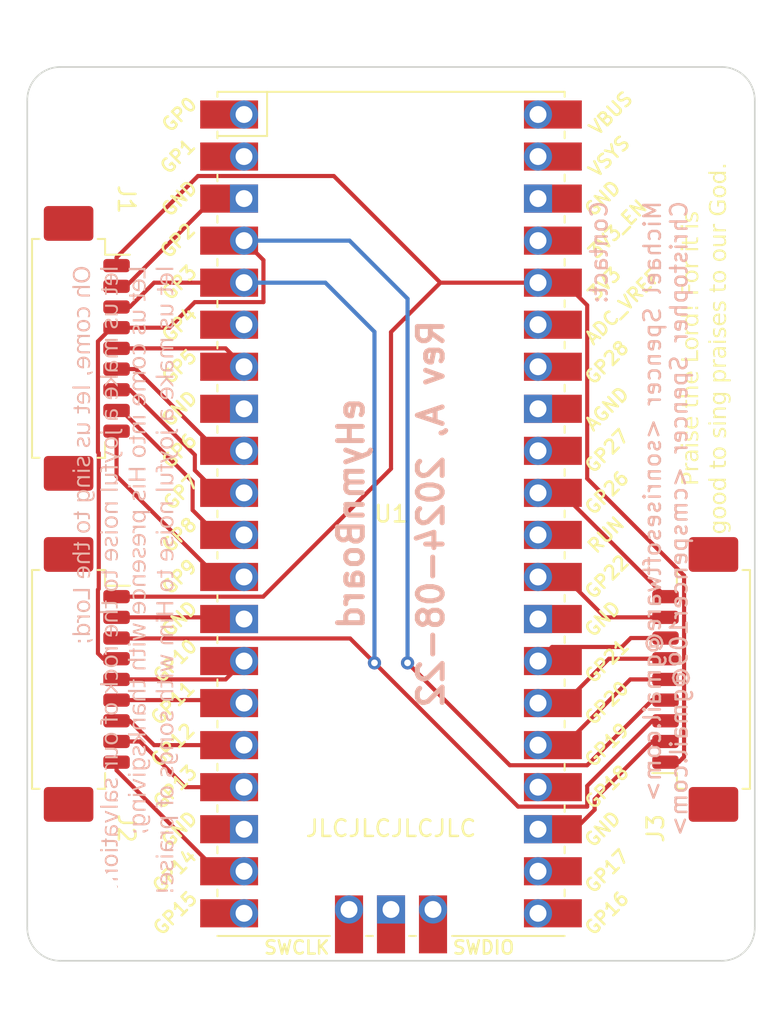
<source format=kicad_pcb>
(kicad_pcb (version 20221018) (generator pcbnew)
  (layers (0 "F.Cu" signal) (31 "B.Cu" signal) (34 "B.Paste" user) (35 "F.Paste" user) (36 "B.SilkS" user "B.Silkscreen") (37 "F.SilkS" user "F.Silkscreen") (38 "B.Mask" user) (39 "F.Mask" user) (44 "Edge.Cuts" user))
  (net 0 "")
  (net 1 "SCREEN1_PWR")
  (net 2 "SCREEN1_BUSY")
  (net 3 "SCREEN1_RST")
  (net 4 "SCREEN1_DC")
  (net 5 "SCREEN1_CS")
  (net 6 "SPI0_SCK")
  (net 7 "SPI0_MOSI")
  (net 8 "SCREEN2_PWR")
  (net 9 "SCREEN2_BUSY")
  (net 10 "SCREEN2_RST")
  (net 11 "SCREEN2_DC")
  (net 12 "SCREEN2_CS")
  (net 13 "SCREEN3_PWR")
  (net 14 "SCREEN3_BUSY")
  (net 15 "SCREEN3_RST")
  (net 16 "SCREEN3_DC")
  (net 17 "SCREEN3_CS")
  (net 27 "+3V3")
  (net 41 "SCREEN1_GND")
  (net 42 "SCREEN2_GND")
  (net 43 "SCREEN3_GND")
  (footprint "Connector_Molex:Molex_PicoBlade_53261-0971_1x09-1MP_P1.25mm_Horizontal" (layer "F.Cu") (at 68 59 -90)
    (fp_text reference "J1" (at -9 -3 -90 unlocked) (layer "F.SilkS"))
    (fp_text value "PicoBlade")
    (fp_line (start -6.61 -1.71) (end -5.66 -1.71) (stroke (width 0.12)) (layer "F.SilkS"))
    (fp_line (start -6.61 -1.26) (end -6.61 -1.71) (stroke (width 0.12)) (layer "F.SilkS"))
    (fp_line (start -6.61 2.26) (end -6.61 2.71) (stroke (width 0.12)) (layer "F.SilkS"))
    (fp_line (start -6.61 2.71) (end 6.61 2.71) (stroke (width 0.12)) (layer "F.SilkS"))
    (fp_line (start -5.66 -1.71) (end -5.66 -3.2) (stroke (width 0.12)) (layer "F.SilkS"))
    (fp_line (start 6.61 -1.71) (end 5.66 -1.71) (stroke (width 0.12)) (layer "F.SilkS"))
    (fp_line (start 6.61 -1.26) (end 6.61 -1.71) (stroke (width 0.12)) (layer "F.SilkS"))
    (fp_line (start 6.61 2.71) (end 6.61 2.26) (stroke (width 0.12)) (layer "F.SilkS"))
    (pad "1" smd roundrect (at -5 -2.4 270) (size 0.8 1.6) (layers "F.Cu" "F.Paste" "F.Mask") (net 27 "+3V3"))
    (pad "2" smd roundrect (at -3.75 -2.4 270) (size 0.8 1.6) (layers "F.Cu" "F.Paste" "F.Mask") (net 41 "SCREEN1_GND"))
    (pad "3" smd roundrect (at -2.5 -2.4 270) (size 0.8 1.6) (layers "F.Cu" "F.Paste" "F.Mask") (net 7 "SPI0_MOSI"))
    (pad "4" smd roundrect (at -1.25 -2.4 270) (size 0.8 1.6) (layers "F.Cu" "F.Paste" "F.Mask") (net 6 "SPI0_SCK"))
    (pad "5" smd roundrect (at 0 -2.4 270) (size 0.8 1.6) (layers "F.Cu" "F.Paste" "F.Mask") (net 5 "SCREEN1_CS"))
    (pad "6" smd roundrect (at 1.25 -2.4 270) (size 0.8 1.6) (layers "F.Cu" "F.Paste" "F.Mask") (net 4 "SCREEN1_DC"))
    (pad "7" smd roundrect (at 2.5 -2.4 270) (size 0.8 1.6) (layers "F.Cu" "F.Paste" "F.Mask") (net 3 "SCREEN1_RST"))
    (pad "8" smd roundrect (at 3.75 -2.4 270) (size 0.8 1.6) (layers "F.Cu" "F.Paste" "F.Mask") (net 2 "SCREEN1_BUSY"))
    (pad "9" smd roundrect (at 5 -2.4 270) (size 0.8 1.6) (layers "F.Cu" "F.Paste" "F.Mask") (net 1 "SCREEN1_PWR"))
    (pad "MP" smd roundrect (at -7.55 0.5 270) (size 2.1 3) (layers "F.Cu" "F.Paste" "F.Mask") (roundrect_rratio 0.1190480952))
    (pad "MP" smd roundrect (at 7.55 0.5 270) (size 2.1 3) (layers "F.Cu" "F.Paste" "F.Mask") (roundrect_rratio 0.1190480952))
  )
  (footprint "MountingHole:MountingHole_3mm" (layer "F.Cu") (at 105 46)
    (fp_text reference "H3" hide)
    (fp_text value "MountingHole")
    (pad "" np_thru_hole circle (at 0 0) (size 3 3) (drill 3) (layers "*.Cu" "*.Mask"))
  )
  (footprint "MountingHole:MountingHole_3mm" (layer "F.Cu") (at 69 46)
    (fp_text reference "H1" hide)
    (fp_text value "MountingHole")
    (pad "" np_thru_hole circle (at 0 0) (size 3 3) (drill 3) (layers "*.Cu" "*.Mask"))
  )
  (footprint "MCU_RaspberryPi_and_Boards:RPi_Pico_SMD_TH" (layer "F.Cu") (at 87 69)
    (fp_text reference "U1" (at 0 0) (layer "F.SilkS"))
    (fp_text value "Pico")
    (fp_text user "GP21" (at 13.054 8.9 45) (layer "F.SilkS") (effects (font (size 0.8 0.8))))
    (fp_text user "RUN" (at 13 1.27 45) (layer "F.SilkS") (effects (font (size 0.8 0.8))))
    (fp_text user "GP8" (at -12.8 1.27 45) (layer "F.SilkS") (effects (font (size 0.8 0.8))))
    (fp_text user "GP13" (at -13.054 16.51 45) (layer "F.SilkS") (effects (font (size 0.8 0.8))))
    (fp_text user "GP1" (at -12.9 -21.6 45) (layer "F.SilkS") (effects (font (size 0.8 0.8))))
    (fp_text user "GP4" (at -12.8 -11.43 45) (layer "F.SilkS") (effects (font (size 0.8 0.8))))
    (fp_text user "GND" (at 12.8 -19.05 45) (layer "F.SilkS") (effects (font (size 0.8 0.8))))
    (fp_text user "GP10" (at -13.054 8.89 45) (layer "F.SilkS") (effects (font (size 0.8 0.8))))
    (fp_text user "3V3" (at 12.9 -13.9 45) (layer "F.SilkS") (effects (font (size 0.8 0.8))))
    (fp_text user "VSYS" (at 13.2 -21.59 45) (layer "F.SilkS") (effects (font (size 0.8 0.8))))
    (fp_text user "GP22" (at 13.054 3.81 45) (layer "F.SilkS") (effects (font (size 0.8 0.8))))
    (fp_text user "ADC_VREF" (at 14 -12.5 45) (layer "F.SilkS") (effects (font (size 0.8 0.8))))
    (fp_text user "GP0" (at -12.8 -24.13 45) (layer "F.SilkS") (effects (font (size 0.8 0.8))))
    (fp_text user "GND" (at 12.8 19.05 45) (layer "F.SilkS") (effects (font (size 0.8 0.8))))
    (fp_text user "GND" (at -12.8 19.05 45) (layer "F.SilkS") (effects (font (size 0.8 0.8))))
    (fp_text user "GP9" (at -12.8 3.81 45) (layer "F.SilkS") (effects (font (size 0.8 0.8))))
    (fp_text user "VBUS" (at 13.3 -24.2 45) (layer "F.SilkS") (effects (font (size 0.8 0.8))))
    (fp_text user "GP15" (at -13.054 24.13 45) (layer "F.SilkS") (effects (font (size 0.8 0.8))))
    (fp_text user "GP20" (at 13.054 11.43 45) (layer "F.SilkS") (effects (font (size 0.8 0.8))))
    (fp_text user "GP26" (at 13.054 -1.27 45) (layer "F.SilkS") (effects (font (size 0.8 0.8))))
    (fp_text user "GP12" (at -13.2 13.97 45) (layer "F.SilkS") (effects (font (size 0.8 0.8))))
    (fp_text user "GND" (at -12.8 -19.05 45) (layer "F.SilkS") (effects (font (size 0.8 0.8))))
    (fp_text user "GND" (at -12.8 -6.35 45) (layer "F.SilkS") (effects (font (size 0.8 0.8))))
    (fp_text user "AGND" (at 13.054 -6.35 45) (layer "F.SilkS") (effects (font (size 0.8 0.8))))
    (fp_text user "GP6" (at -12.8 -3.81 45) (layer "F.SilkS") (effects (font (size 0.8 0.8))))
    (fp_text user "GP19" (at 13.054 13.97 45) (layer "F.SilkS") (effects (font (size 0.8 0.8))))
    (fp_text user "GP7" (at -12.7 -1.3 45) (layer "F.SilkS") (effects (font (size 0.8 0.8))))
    (fp_text user "GP28" (at 13.054 -9.144 45) (layer "F.SilkS") (effects (font (size 0.8 0.8))))
    (fp_text user "GP16" (at 13.054 24.13 45) (layer "F.SilkS") (effects (font (size 0.8 0.8))))
    (fp_text user "GP17" (at 13.054 21.59 45) (layer "F.SilkS") (effects (font (size 0.8 0.8))))
    (fp_text user "SWCLK" (at -5.7 26.2) (layer "F.SilkS") (effects (font (size 0.8 0.8))))
    (fp_text user "GP3" (at -12.8 -13.97 45) (layer "F.SilkS") (effects (font (size 0.8 0.8))))
    (fp_text user "GP18" (at 13.054 16.51 45) (layer "F.SilkS") (effects (font (size 0.8 0.8))))
    (fp_text user "GND" (at 12.8 6.35 45) (layer "F.SilkS") (effects (font (size 0.8 0.8))))
    (fp_text user "GP2" (at -12.9 -16.51 45) (layer "F.SilkS") (effects (font (size 0.8 0.8))))
    (fp_text user "3V3_EN" (at 13.7 -17.2 45) (layer "F.SilkS") (effects (font (size 0.8 0.8))))
    (fp_text user "GND" (at -12.8 6.35 45) (layer "F.SilkS") (effects (font (size 0.8 0.8))))
    (fp_text user "GP14" (at -13.1 21.59 45) (layer "F.SilkS") (effects (font (size 0.8 0.8))))
    (fp_text user "GP11" (at -13.2 11.43 45) (layer "F.SilkS") (effects (font (size 0.8 0.8))))
    (fp_text user "GP27" (at 13.054 -3.8 45) (layer "F.SilkS") (effects (font (size 0.8 0.8))))
    (fp_text user "GP5" (at -12.8 -8.89 45) (layer "F.SilkS") (effects (font (size 0.8 0.8))))
    (fp_text user "SWDIO" (at 5.6 26.2) (layer "F.SilkS") (effects (font (size 0.8 0.8))))
    (fp_line (start -10.5 -25.5) (end -10.5 -25.2) (stroke (width 0.12)) (layer "F.SilkS"))
    (fp_line (start -10.5 -25.5) (end 10.5 -25.5) (stroke (width 0.12)) (layer "F.SilkS"))
    (fp_line (start -10.5 -23.1) (end -10.5 -22.7) (stroke (width 0.12)) (layer "F.SilkS"))
    (fp_line (start -10.5 -22.833) (end -7.493 -22.833) (stroke (width 0.12)) (layer "F.SilkS"))
    (fp_line (start -10.5 -20.5) (end -10.5 -20.1) (stroke (width 0.12)) (layer "F.SilkS"))
    (fp_line (start -10.5 -18) (end -10.5 -17.6) (stroke (width 0.12)) (layer "F.SilkS"))
    (fp_line (start -10.5 -15.4) (end -10.5 -15) (stroke (width 0.12)) (layer "F.SilkS"))
    (fp_line (start -10.5 -12.9) (end -10.5 -12.5) (stroke (width 0.12)) (layer "F.SilkS"))
    (fp_line (start -10.5 -10.4) (end -10.5 -10) (stroke (width 0.12)) (layer "F.SilkS"))
    (fp_line (start -10.5 -7.8) (end -10.5 -7.4) (stroke (width 0.12)) (layer "F.SilkS"))
    (fp_line (start -10.5 -5.3) (end -10.5 -4.9) (stroke (width 0.12)) (layer "F.SilkS"))
    (fp_line (start -10.5 -2.7) (end -10.5 -2.3) (stroke (width 0.12)) (layer "F.SilkS"))
    (fp_line (start -10.5 -0.2) (end -10.5 0.2) (stroke (width 0.12)) (layer "F.SilkS"))
    (fp_line (start -10.5 2.3) (end -10.5 2.7) (stroke (width 0.12)) (layer "F.SilkS"))
    (fp_line (start -10.5 4.9) (end -10.5 5.3) (stroke (width 0.12)) (layer "F.SilkS"))
    (fp_line (start -10.5 7.4) (end -10.5 7.8) (stroke (width 0.12)) (layer "F.SilkS"))
    (fp_line (start -10.5 10) (end -10.5 10.4) (stroke (width 0.12)) (layer "F.SilkS"))
    (fp_line (start -10.5 12.5) (end -10.5 12.9) (stroke (width 0.12)) (layer "F.SilkS"))
    (fp_line (start -10.5 15.1) (end -10.5 15.5) (stroke (width 0.12)) (layer "F.SilkS"))
    (fp_line (start -10.5 17.6) (end -10.5 18) (stroke (width 0.12)) (layer "F.SilkS"))
    (fp_line (start -10.5 20.1) (end -10.5 20.5) (stroke (width 0.12)) (layer "F.SilkS"))
    (fp_line (start -10.5 22.7) (end -10.5 23.1) (stroke (width 0.12)) (layer "F.SilkS"))
    (fp_line (start -7.493 -22.833) (end -7.493 -25.5) (stroke (width 0.12)) (layer "F.SilkS"))
    (fp_line (start -3.7 25.5) (end -10.5 25.5) (stroke (width 0.12)) (layer "F.SilkS"))
    (fp_line (start -1.5 25.5) (end -1.1 25.5) (stroke (width 0.12)) (layer "F.SilkS"))
    (fp_line (start 1.1 25.5) (end 1.5 25.5) (stroke (width 0.12)) (layer "F.SilkS"))
    (fp_line (start 10.5 -25.5) (end 10.5 -25.2) (stroke (width 0.12)) (layer "F.SilkS"))
    (fp_line (start 10.5 -23.1) (end 10.5 -22.7) (stroke (width 0.12)) (layer "F.SilkS"))
    (fp_line (start 10.5 -20.5) (end 10.5 -20.1) (stroke (width 0.12)) (layer "F.SilkS"))
    (fp_line (start 10.5 -18) (end 10.5 -17.6) (stroke (width 0.12)) (layer "F.SilkS"))
    (fp_line (start 10.5 -15.4) (end 10.5 -15) (stroke (width 0.12)) (layer "F.SilkS"))
    (fp_line (start 10.5 -12.9) (end 10.5 -12.5) (stroke (width 0.12)) (layer "F.SilkS"))
    (fp_line (start 10.5 -10.4) (end 10.5 -10) (stroke (width 0.12)) (layer "F.SilkS"))
    (fp_line (start 10.5 -7.8) (end 10.5 -7.4) (stroke (width 0.12)) (layer "F.SilkS"))
    (fp_line (start 10.5 -5.3) (end 10.5 -4.9) (stroke (width 0.12)) (layer "F.SilkS"))
    (fp_line (start 10.5 -2.7) (end 10.5 -2.3) (stroke (width 0.12)) (layer "F.SilkS"))
    (fp_line (start 10.5 -0.2) (end 10.5 0.2) (stroke (width 0.12)) (layer "F.SilkS"))
    (fp_line (start 10.5 2.3) (end 10.5 2.7) (stroke (width 0.12)) (layer "F.SilkS"))
    (fp_line (start 10.5 4.9) (end 10.5 5.3) (stroke (width 0.12)) (layer "F.SilkS"))
    (fp_line (start 10.5 7.4) (end 10.5 7.8) (stroke (width 0.12)) (layer "F.SilkS"))
    (fp_line (start 10.5 10) (end 10.5 10.4) (stroke (width 0.12)) (layer "F.SilkS"))
    (fp_line (start 10.5 12.5) (end 10.5 12.9) (stroke (width 0.12)) (layer "F.SilkS"))
    (fp_line (start 10.5 15.1) (end 10.5 15.5) (stroke (width 0.12)) (layer "F.SilkS"))
    (fp_line (start 10.5 17.6) (end 10.5 18) (stroke (width 0.12)) (layer "F.SilkS"))
    (fp_line (start 10.5 20.1) (end 10.5 20.5) (stroke (width 0.12)) (layer "F.SilkS"))
    (fp_line (start 10.5 22.7) (end 10.5 23.1) (stroke (width 0.12)) (layer "F.SilkS"))
    (fp_line (start 10.5 25.5) (end 3.7 25.5) (stroke (width 0.12)) (layer "F.SilkS"))
    (pad "" np_thru_hole oval (at -2.725 -24) (size 1.8 1.8) (drill 1.8) (layers "*.Cu" "*.Mask"))
    (pad "" np_thru_hole oval (at -2.425 -20.97) (size 1.5 1.5) (drill 1.5) (layers "*.Cu" "*.Mask"))
    (pad "" np_thru_hole oval (at 2.425 -20.97) (size 1.5 1.5) (drill 1.5) (layers "*.Cu" "*.Mask"))
    (pad "" np_thru_hole oval (at 2.725 -24) (size 1.8 1.8) (drill 1.8) (layers "*.Cu" "*.Mask"))
    (pad "1" thru_hole oval (at -8.89 -24.13) (size 1.7 1.7) (drill 1.02) (layers "*.Cu" "*.Mask"))
    (pad "1" smd rect (at -8.89 -24.13) (size 3.5 1.7) (drill (offset -0.9 0)) (layers "F.Cu" "F.Mask"))
    (pad "2" thru_hole oval (at -8.89 -21.59) (size 1.7 1.7) (drill 1.02) (layers "*.Cu" "*.Mask"))
    (pad "2" smd rect (at -8.89 -21.59) (size 3.5 1.7) (drill (offset -0.9 0)) (layers "F.Cu" "F.Mask"))
    (pad "3" thru_hole rect (at -8.89 -19.05) (size 1.7 1.7) (drill 1.02) (layers "*.Cu" "*.Mask") (net 41 "SCREEN1_GND"))
    (pad "3" smd rect (at -8.89 -19.05) (size 3.5 1.7) (drill (offset -0.9 0)) (layers "F.Cu" "F.Mask") (net 41 "SCREEN1_GND"))
    (pad "4" thru_hole oval (at -8.89 -16.51) (size 1.7 1.7) (drill 1.02) (layers "*.Cu" "*.Mask") (net 6 "SPI0_SCK"))
    (pad "4" smd rect (at -8.89 -16.51) (size 3.5 1.7) (drill (offset -0.9 0)) (layers "F.Cu" "F.Mask") (net 6 "SPI0_SCK"))
    (pad "5" thru_hole oval (at -8.89 -13.97) (size 1.7 1.7) (drill 1.02) (layers "*.Cu" "*.Mask") (net 7 "SPI0_MOSI"))
    (pad "5" smd rect (at -8.89 -13.97) (size 3.5 1.7) (drill (offset -0.9 0)) (layers "F.Cu" "F.Mask") (net 7 "SPI0_MOSI"))
    (pad "6" thru_hole oval (at -8.89 -11.43) (size 1.7 1.7) (drill 1.02) (layers "*.Cu" "*.Mask"))
    (pad "6" smd rect (at -8.89 -11.43) (size 3.5 1.7) (drill (offset -0.9 0)) (layers "F.Cu" "F.Mask"))
    (pad "7" thru_hole oval (at -8.89 -8.89) (size 1.7 1.7) (drill 1.02) (layers "*.Cu" "*.Mask") (net 5 "SCREEN1_CS"))
    (pad "7" smd rect (at -8.89 -8.89) (size 3.5 1.7) (drill (offset -0.9 0)) (layers "F.Cu" "F.Mask") (net 5 "SCREEN1_CS"))
    (pad "8" thru_hole rect (at -8.89 -6.35) (size 1.7 1.7) (drill 1.02) (layers "*.Cu" "*.Mask"))
    (pad "8" smd rect (at -8.89 -6.35) (size 3.5 1.7) (drill (offset -0.9 0)) (layers "F.Cu" "F.Mask"))
    (pad "9" thru_hole oval (at -8.89 -3.81) (size 1.7 1.7) (drill 1.02) (layers "*.Cu" "*.Mask") (net 4 "SCREEN1_DC"))
    (pad "9" smd rect (at -8.89 -3.81) (size 3.5 1.7) (drill (offset -0.9 0)) (layers "F.Cu" "F.Mask") (net 4 "SCREEN1_DC"))
    (pad "10" thru_hole oval (at -8.89 -1.27) (size 1.7 1.7) (drill 1.02) (layers "*.Cu" "*.Mask") (net 3 "SCREEN1_RST"))
    (pad "10" smd rect (at -8.89 -1.27) (size 3.5 1.7) (drill (offset -0.9 0)) (layers "F.Cu" "F.Mask") (net 3 "SCREEN1_RST"))
    (pad "11" thru_hole oval (at -8.89 1.27) (size 1.7 1.7) (drill 1.02) (layers "*.Cu" "*.Mask") (net 2 "SCREEN1_BUSY"))
    (pad "11" smd rect (at -8.89 1.27) (size 3.5 1.7) (drill (offset -0.9 0)) (layers "F.Cu" "F.Mask") (net 2 "SCREEN1_BUSY"))
    (pad "12" thru_hole oval (at -8.89 3.81) (size 1.7 1.7) (drill 1.02) (layers "*.Cu" "*.Mask") (net 1 "SCREEN1_PWR"))
    (pad "12" smd rect (at -8.89 3.81) (size 3.5 1.7) (drill (offset -0.9 0)) (layers "F.Cu" "F.Mask") (net 1 "SCREEN1_PWR"))
    (pad "13" thru_hole rect (at -8.89 6.35) (size 1.7 1.7) (drill 1.02) (layers "*.Cu" "*.Mask") (net 42 "SCREEN2_GND"))
    (pad "13" smd rect (at -8.89 6.35) (size 3.5 1.7) (drill (offset -0.9 0)) (layers "F.Cu" "F.Mask") (net 42 "SCREEN2_GND"))
    (pad "14" thru_hole oval (at -8.89 8.89) (size 1.7 1.7) (drill 1.02) (layers "*.Cu" "*.Mask") (net 12 "SCREEN2_CS"))
    (pad "14" smd rect (at -8.89 8.89) (size 3.5 1.7) (drill (offset -0.9 0)) (layers "F.Cu" "F.Mask") (net 12 "SCREEN2_CS"))
    (pad "15" thru_hole oval (at -8.89 11.43) (size 1.7 1.7) (drill 1.02) (layers "*.Cu" "*.Mask") (net 11 "SCREEN2_DC"))
    (pad "15" smd rect (at -8.89 11.43) (size 3.5 1.7) (drill (offset -0.9 0)) (layers "F.Cu" "F.Mask") (net 11 "SCREEN2_DC"))
    (pad "16" thru_hole oval (at -8.89 13.97) (size 1.7 1.7) (drill 1.02) (layers "*.Cu" "*.Mask") (net 10 "SCREEN2_RST"))
    (pad "16" smd rect (at -8.89 13.97) (size 3.5 1.7) (drill (offset -0.9 0)) (layers "F.Cu" "F.Mask") (net 10 "SCREEN2_RST"))
    (pad "17" thru_hole oval (at -8.89 16.51) (size 1.7 1.7) (drill 1.02) (layers "*.Cu" "*.Mask") (net 9 "SCREEN2_BUSY"))
    (pad "17" smd rect (at -8.89 16.51) (size 3.5 1.7) (drill (offset -0.9 0)) (layers "F.Cu" "F.Mask") (net 9 "SCREEN2_BUSY"))
    (pad "18" thru_hole rect (at -8.89 19.05) (size 1.7 1.7) (drill 1.02) (layers "*.Cu" "*.Mask"))
    (pad "18" smd rect (at -8.89 19.05) (size 3.5 1.7) (drill (offset -0.9 0)) (layers "F.Cu" "F.Mask"))
    (pad "19" thru_hole oval (at -8.89 21.59) (size 1.7 1.7) (drill 1.02) (layers "*.Cu" "*.Mask") (net 8 "SCREEN2_PWR"))
    (pad "19" smd rect (at -8.89 21.59) (size 3.5 1.7) (drill (offset -0.9 0)) (layers "F.Cu" "F.Mask") (net 8 "SCREEN2_PWR"))
    (pad "20" thru_hole oval (at -8.89 24.13) (size 1.7 1.7) (drill 1.02) (layers "*.Cu" "*.Mask"))
    (pad "20" smd rect (at -8.89 24.13) (size 3.5 1.7) (drill (offset -0.9 0)) (layers "F.Cu" "F.Mask"))
    (pad "21" thru_hole oval (at 8.89 24.13) (size 1.7 1.7) (drill 1.02) (layers "*.Cu" "*.Mask"))
    (pad "21" smd rect (at 8.89 24.13) (size 3.5 1.7) (drill (offset 0.9 0)) (layers "F.Cu" "F.Mask"))
    (pad "22" thru_hole oval (at 8.89 21.59) (size 1.7 1.7) (drill 1.02) (layers "*.Cu" "*.Mask"))
    (pad "22" smd rect (at 8.89 21.59) (size 3.5 1.7) (drill (offset 0.9 0)) (layers "F.Cu" "F.Mask"))
    (pad "23" thru_hole rect (at 8.89 19.05) (size 1.7 1.7) (drill 1.02) (layers "*.Cu" "*.Mask") (net 43 "SCREEN3_GND"))
    (pad "23" smd rect (at 8.89 19.05) (size 3.5 1.7) (drill (offset 0.9 0)) (layers "F.Cu" "F.Mask") (net 43 "SCREEN3_GND"))
    (pad "24" thru_hole oval (at 8.89 16.51) (size 1.7 1.7) (drill 1.02) (layers "*.Cu" "*.Mask"))
    (pad "24" smd rect (at 8.89 16.51) (size 3.5 1.7) (drill (offset 0.9 0)) (layers "F.Cu" "F.Mask"))
    (pad "25" thru_hole oval (at 8.89 13.97) (size 1.7 1.7) (drill 1.02) (layers "*.Cu" "*.Mask") (net 17 "SCREEN3_CS"))
    (pad "25" smd rect (at 8.89 13.97) (size 3.5 1.7) (drill (offset 0.9 0)) (layers "F.Cu" "F.Mask") (net 17 "SCREEN3_CS"))
    (pad "26" thru_hole oval (at 8.89 11.43) (size 1.7 1.7) (drill 1.02) (layers "*.Cu" "*.Mask") (net 16 "SCREEN3_DC"))
    (pad "26" smd rect (at 8.89 11.43) (size 3.5 1.7) (drill (offset 0.9 0)) (layers "F.Cu" "F.Mask") (net 16 "SCREEN3_DC"))
    (pad "27" thru_hole oval (at 8.89 8.89) (size 1.7 1.7) (drill 1.02) (layers "*.Cu" "*.Mask") (net 15 "SCREEN3_RST"))
    (pad "27" smd rect (at 8.89 8.89) (size 3.5 1.7) (drill (offset 0.9 0)) (layers "F.Cu" "F.Mask") (net 15 "SCREEN3_RST"))
    (pad "28" thru_hole rect (at 8.89 6.35) (size 1.7 1.7) (drill 1.02) (layers "*.Cu" "*.Mask"))
    (pad "28" smd rect (at 8.89 6.35) (size 3.5 1.7) (drill (offset 0.9 0)) (layers "F.Cu" "F.Mask"))
    (pad "29" thru_hole oval (at 8.89 3.81) (size 1.7 1.7) (drill 1.02) (layers "*.Cu" "*.Mask") (net 14 "SCREEN3_BUSY"))
    (pad "29" smd rect (at 8.89 3.81) (size 3.5 1.7) (drill (offset 0.9 0)) (layers "F.Cu" "F.Mask") (net 14 "SCREEN3_BUSY"))
    (pad "30" thru_hole oval (at 8.89 1.27) (size 1.7 1.7) (drill 1.02) (layers "*.Cu" "*.Mask"))
    (pad "30" smd rect (at 8.89 1.27) (size 3.5 1.7) (drill (offset 0.9 0)) (layers "F.Cu" "F.Mask"))
    (pad "31" thru_hole oval (at 8.89 -1.27) (size 1.7 1.7) (drill 1.02) (layers "*.Cu" "*.Mask") (net 13 "SCREEN3_PWR"))
    (pad "31" smd rect (at 8.89 -1.27) (size 3.5 1.7) (drill (offset 0.9 0)) (layers "F.Cu" "F.Mask") (net 13 "SCREEN3_PWR"))
    (pad "32" thru_hole oval (at 8.89 -3.81) (size 1.7 1.7) (drill 1.02) (layers "*.Cu" "*.Mask"))
    (pad "32" smd rect (at 8.89 -3.81) (size 3.5 1.7) (drill (offset 0.9 0)) (layers "F.Cu" "F.Mask"))
    (pad "33" thru_hole rect (at 8.89 -6.35) (size 1.7 1.7) (drill 1.02) (layers "*.Cu" "*.Mask"))
    (pad "33" smd rect (at 8.89 -6.35) (size 3.5 1.7) (drill (offset 0.9 0)) (layers "F.Cu" "F.Mask"))
    (pad "34" thru_hole oval (at 8.89 -8.89) (size 1.7 1.7) (drill 1.02) (layers "*.Cu" "*.Mask"))
    (pad "34" smd rect (at 8.89 -8.89) (size 3.5 1.7) (drill (offset 0.9 0)) (layers "F.Cu" "F.Mask"))
    (pad "35" thru_hole oval (at 8.89 -11.43) (size 1.7 1.7) (drill 1.02) (layers "*.Cu" "*.Mask"))
    (pad "35" smd rect (at 8.89 -11.43) (size 3.5 1.7) (drill (offset 0.9 0)) (layers "F.Cu" "F.Mask"))
    (pad "36" thru_hole oval (at 8.89 -13.97) (size 1.7 1.7) (drill 1.02) (layers "*.Cu" "*.Mask") (net 27 "+3V3"))
    (pad "36" smd rect (at 8.89 -13.97) (size 3.5 1.7) (drill (offset 0.9 0)) (layers "F.Cu" "F.Mask") (net 27 "+3V3"))
    (pad "37" thru_hole oval (at 8.89 -16.51) (size 1.7 1.7) (drill 1.02) (layers "*.Cu" "*.Mask"))
    (pad "37" smd rect (at 8.89 -16.51) (size 3.5 1.7) (drill (offset 0.9 0)) (layers "F.Cu" "F.Mask"))
    (pad "38" thru_hole rect (at 8.89 -19.05) (size 1.7 1.7) (drill 1.02) (layers "*.Cu" "*.Mask"))
    (pad "38" smd rect (at 8.89 -19.05) (size 3.5 1.7) (drill (offset 0.9 0)) (layers "F.Cu" "F.Mask"))
    (pad "39" thru_hole oval (at 8.89 -21.59) (size 1.7 1.7) (drill 1.02) (layers "*.Cu" "*.Mask"))
    (pad "39" smd rect (at 8.89 -21.59) (size 3.5 1.7) (drill (offset 0.9 0)) (layers "F.Cu" "F.Mask"))
    (pad "40" thru_hole oval (at 8.89 -24.13) (size 1.7 1.7) (drill 1.02) (layers "*.Cu" "*.Mask"))
    (pad "40" smd rect (at 8.89 -24.13) (size 3.5 1.7) (drill (offset 0.9 0)) (layers "F.Cu" "F.Mask"))
    (pad "41" thru_hole oval (at -2.54 23.9) (size 1.7 1.7) (drill 1.02) (layers "*.Cu" "*.Mask"))
    (pad "41" smd rect (at -2.54 23.9 90) (size 3.5 1.7) (drill (offset -0.9 0)) (layers "F.Cu" "F.Mask"))
    (pad "42" thru_hole rect (at 0 23.9) (size 1.7 1.7) (drill 1.02) (layers "*.Cu" "*.Mask"))
    (pad "42" smd rect (at 0 23.9 90) (size 3.5 1.7) (drill (offset -0.9 0)) (layers "F.Cu" "F.Mask"))
    (pad "43" thru_hole oval (at 2.54 23.9) (size 1.7 1.7) (drill 1.02) (layers "*.Cu" "*.Mask"))
    (pad "43" smd rect (at 2.54 23.9 90) (size 3.5 1.7) (drill (offset -0.9 0)) (layers "F.Cu" "F.Mask"))
  )
  (footprint "Connector_Molex:Molex_PicoBlade_53261-0971_1x09-1MP_P1.25mm_Horizontal" (layer "F.Cu") (at 68 79 -90)
    (fp_text reference "J2" (at 9 -3 -90 unlocked) (layer "F.SilkS"))
    (fp_text value "PicoBlade")
    (fp_line (start -6.61 -1.71) (end -5.66 -1.71) (stroke (width 0.12)) (layer "F.SilkS"))
    (fp_line (start -6.61 -1.26) (end -6.61 -1.71) (stroke (width 0.12)) (layer "F.SilkS"))
    (fp_line (start -6.61 2.26) (end -6.61 2.71) (stroke (width 0.12)) (layer "F.SilkS"))
    (fp_line (start -6.61 2.71) (end 6.61 2.71) (stroke (width 0.12)) (layer "F.SilkS"))
    (fp_line (start -5.66 -1.71) (end -5.66 -3.2) (stroke (width 0.12)) (layer "F.SilkS"))
    (fp_line (start 6.61 -1.71) (end 5.66 -1.71) (stroke (width 0.12)) (layer "F.SilkS"))
    (fp_line (start 6.61 -1.26) (end 6.61 -1.71) (stroke (width 0.12)) (layer "F.SilkS"))
    (fp_line (start 6.61 2.71) (end 6.61 2.26) (stroke (width 0.12)) (layer "F.SilkS"))
    (pad "1" smd roundrect (at -5 -2.4 270) (size 0.8 1.6) (layers "F.Cu" "F.Paste" "F.Mask") (net 27 "+3V3"))
    (pad "2" smd roundrect (at -3.75 -2.4 270) (size 0.8 1.6) (layers "F.Cu" "F.Paste" "F.Mask") (net 42 "SCREEN2_GND"))
    (pad "3" smd roundrect (at -2.5 -2.4 270) (size 0.8 1.6) (layers "F.Cu" "F.Paste" "F.Mask") (net 7 "SPI0_MOSI"))
    (pad "4" smd roundrect (at -1.25 -2.4 270) (size 0.8 1.6) (layers "F.Cu" "F.Paste" "F.Mask") (net 6 "SPI0_SCK"))
    (pad "5" smd roundrect (at 0 -2.4 270) (size 0.8 1.6) (layers "F.Cu" "F.Paste" "F.Mask") (net 12 "SCREEN2_CS"))
    (pad "6" smd roundrect (at 1.25 -2.4 270) (size 0.8 1.6) (layers "F.Cu" "F.Paste" "F.Mask") (net 11 "SCREEN2_DC"))
    (pad "7" smd roundrect (at 2.5 -2.4 270) (size 0.8 1.6) (layers "F.Cu" "F.Paste" "F.Mask") (net 10 "SCREEN2_RST"))
    (pad "8" smd roundrect (at 3.75 -2.4 270) (size 0.8 1.6) (layers "F.Cu" "F.Paste" "F.Mask") (net 9 "SCREEN2_BUSY"))
    (pad "9" smd roundrect (at 5 -2.4 270) (size 0.8 1.6) (layers "F.Cu" "F.Paste" "F.Mask") (net 8 "SCREEN2_PWR"))
    (pad "MP" smd roundrect (at -7.55 0.5 270) (size 2.1 3) (layers "F.Cu" "F.Paste" "F.Mask") (roundrect_rratio 0.1190480952))
    (pad "MP" smd roundrect (at 7.55 0.5 270) (size 2.1 3) (layers "F.Cu" "F.Paste" "F.Mask") (roundrect_rratio 0.1190480952))
  )
  (footprint "MountingHole:MountingHole_3mm" (layer "F.Cu") (at 105 92)
    (fp_text reference "H4" hide)
    (fp_text value "MountingHole")
    (pad "" np_thru_hole circle (at 0 0) (size 3 3) (drill 3) (layers "*.Cu" "*.Mask"))
  )
  (footprint "MountingHole:MountingHole_3mm" (layer "F.Cu") (at 69 92)
    (fp_text reference "H2" hide)
    (fp_text value "MountingHole")
    (pad "" np_thru_hole circle (at 0 0) (size 3 3) (drill 3) (layers "*.Cu" "*.Mask"))
  )
  (footprint "Connector_Molex:Molex_PicoBlade_53261-0971_1x09-1MP_P1.25mm_Horizontal" (layer "F.Cu") (at 106 79 90)
    (fp_text reference "J3" (at -9 -3 270) (layer "F.SilkS"))
    (fp_text value "PicoBlade")
    (fp_line (start -6.61 -1.71) (end -5.66 -1.71) (stroke (width 0.12)) (layer "F.SilkS"))
    (fp_line (start -6.61 -1.26) (end -6.61 -1.71) (stroke (width 0.12)) (layer "F.SilkS"))
    (fp_line (start -6.61 2.26) (end -6.61 2.71) (stroke (width 0.12)) (layer "F.SilkS"))
    (fp_line (start -6.61 2.71) (end 6.61 2.71) (stroke (width 0.12)) (layer "F.SilkS"))
    (fp_line (start -5.66 -1.71) (end -5.66 -3.2) (stroke (width 0.12)) (layer "F.SilkS"))
    (fp_line (start 6.61 -1.71) (end 5.66 -1.71) (stroke (width 0.12)) (layer "F.SilkS"))
    (fp_line (start 6.61 -1.26) (end 6.61 -1.71) (stroke (width 0.12)) (layer "F.SilkS"))
    (fp_line (start 6.61 2.71) (end 6.61 2.26) (stroke (width 0.12)) (layer "F.SilkS"))
    (pad "1" smd roundrect (at -5 -2.4 90) (size 0.8 1.6) (layers "F.Cu" "F.Paste" "F.Mask") (net 27 "+3V3"))
    (pad "2" smd roundrect (at -3.75 -2.4 90) (size 0.8 1.6) (layers "F.Cu" "F.Paste" "F.Mask") (net 43 "SCREEN3_GND"))
    (pad "3" smd roundrect (at -2.5 -2.4 90) (size 0.8 1.6) (layers "F.Cu" "F.Paste" "F.Mask") (net 7 "SPI0_MOSI"))
    (pad "4" smd roundrect (at -1.25 -2.4 90) (size 0.8 1.6) (layers "F.Cu" "F.Paste" "F.Mask") (net 6 "SPI0_SCK"))
    (pad "5" smd roundrect (at 0 -2.4 90) (size 0.8 1.6) (layers "F.Cu" "F.Paste" "F.Mask") (net 17 "SCREEN3_CS"))
    (pad "6" smd roundrect (at 1.25 -2.4 90) (size 0.8 1.6) (layers "F.Cu" "F.Paste" "F.Mask") (net 16 "SCREEN3_DC"))
    (pad "7" smd roundrect (at 2.5 -2.4 90) (size 0.8 1.6) (layers "F.Cu" "F.Paste" "F.Mask") (net 15 "SCREEN3_RST"))
    (pad "8" smd roundrect (at 3.75 -2.4 90) (size 0.8 1.6) (layers "F.Cu" "F.Paste" "F.Mask") (net 14 "SCREEN3_BUSY"))
    (pad "9" smd roundrect (at 5 -2.4 90) (size 0.8 1.6) (layers "F.Cu" "F.Paste" "F.Mask") (net 13 "SCREEN3_PWR"))
    (pad "MP" smd roundrect (at -7.55 0.5 90) (size 2.1 3) (layers "F.Cu" "F.Paste" "F.Mask") (roundrect_rratio 0.1190480952))
    (pad "MP" smd roundrect (at 7.55 0.5 90) (size 2.1 3) (layers "F.Cu" "F.Paste" "F.Mask") (roundrect_rratio 0.1190480952))
  )
  (gr_arc (start 67 96) (mid 65.585786 95.414214) (end 65 94) (stroke (width 0.1)) (layer "Edge.Cuts"))
  (gr_line (start 109 94) (end 109 44) (stroke (width 0.1)) (layer "Edge.Cuts"))
  (gr_line (start 107 42) (end 67 42) (stroke (width 0.1)) (layer "Edge.Cuts"))
  (gr_line (start 65 44) (end 65 94) (stroke (width 0.1)) (layer "Edge.Cuts"))
  (gr_arc (start 65 44) (mid 65.585786 42.585786) (end 67 42) (stroke (width 0.1)) (layer "Edge.Cuts"))
  (gr_arc (start 109 94) (mid 108.414214 95.414214) (end 107 96) (stroke (width 0.1)) (layer "Edge.Cuts"))
  (gr_arc (start 107 42) (mid 108.414214 42.585786) (end 109 44) (stroke (width 0.1)) (layer "Edge.Cuts"))
  (gr_line (start 67 96) (end 107 96) (stroke (width 0.1)) (layer "Edge.Cuts"))
  (gr_text "eHymnBoard\n\nRev A, 2024-08-22" (at 87 69 90) (layer "B.SilkS") (effects (font (size 1.5 1.5) (thickness 0.3) bold) (justify mirror)))
  (gr_text "Oh come, let us sing to the Lord;\nlet us make a joyful noise to the rock of our salvation!\nLet us come into His presence with thanksgiving;\nlet us make a joyful noise to Him with songs of praise!" (at 74 54 90) (layer "B.SilkS") (effects (font (size 1 1)) (justify left bottom mirror)))
  (gr_text "Contact:\n\nMichael Spencer <sonrisesoftware@gmail.com>\nChristopher Spencer <cmspencer109@gmail.com>" (at 99 50 90) (layer "B.SilkS") (effects (font (size 1 1)) (justify left top mirror)))
  (gr_text "JLCJLCJLCJLC" (at 87 88) (layer "F.SilkS") (effects (font (size 1 1))))
  (gr_text "Praise the Lord! For it is\ngood to sing praises to our God." (at 106 59 90) (layer "F.SilkS") (effects (font (size 1 1))))
  (segment (start 70.4 64) (end 70.4 66.71) (width 0.25) (layer "F.Cu") (net 1))
  (segment (start 76.5 72.81) (end 78.11 72.81) (width 0.25) (layer "F.Cu") (net 1))
  (segment (start 70.4 66.71) (end 76.5 72.81) (width 0.25) (layer "F.Cu") (net 1))
  (segment (start 75 68.77) (end 76.5 70.27) (width 0.25) (layer "F.Cu") (net 2))
  (segment (start 70.4 62.75) (end 70.698004 62.75) (width 0.25) (layer "F.Cu") (net 2))
  (segment (start 75 67.051996) (end 75 68.77) (width 0.25) (layer "F.Cu") (net 2))
  (segment (start 70.698004 62.75) (end 75 67.051996) (width 0.25) (layer "F.Cu") (net 2))
  (segment (start 76.5 70.27) (end 78.11 70.27) (width 0.25) (layer "F.Cu") (net 2))
  (segment (start 75.135 65.435) (end 75.135 66.365) (width 0.25) (layer "F.Cu") (net 3))
  (segment (start 76.5 67.73) (end 78.11 67.73) (width 0.25) (layer "F.Cu") (net 3))
  (segment (start 71.2 61.5) (end 75.135 65.435) (width 0.25) (layer "F.Cu") (net 3))
  (segment (start 75.135 66.365) (end 76.5 67.73) (width 0.25) (layer "F.Cu") (net 3))
  (segment (start 70.4 61.5) (end 71.2 61.5) (width 0.25) (layer "F.Cu") (net 3))
  (segment (start 71.56 60.25) (end 76.5 65.19) (width 0.25) (layer "F.Cu") (net 4))
  (segment (start 70.4 60.25) (end 71.56 60.25) (width 0.25) (layer "F.Cu") (net 4))
  (segment (start 76.5 65.19) (end 78.11 65.19) (width 0.25) (layer "F.Cu") (net 4))
  (segment (start 77 59) (end 78.11 60.11) (width 0.25) (layer "F.Cu") (net 5))
  (segment (start 70.4 59) (end 77 59) (width 0.25) (layer "F.Cu") (net 5))
  (segment (start 69.275 65.275) (end 69.275 58.576996) (width 0.25) (layer "F.Cu") (net 6))
  (segment (start 102.8 80.25) (end 103.6 80.25) (width 0.25) (layer "F.Cu") (net 6))
  (segment (start 79.285 53.665) (end 78.11 52.49) (width 0.25) (layer "F.Cu") (net 6))
  (segment (start 94.185 84.185) (end 98.865 84.185) (width 0.25) (layer "F.Cu") (net 6))
  (segment (start 69.325 65.325) (end 69.275 65.275) (width 0.25) (layer "F.Cu") (net 6))
  (segment (start 69.275 58.576996) (end 70.101996 57.75) (width 0.25) (layer "F.Cu") (net 6))
  (segment (start 69.6 77.75) (end 69.275 77.425) (width 0.25) (layer "F.Cu") (net 6))
  (segment (start 70.4 57.75) (end 73.59 57.75) (width 0.25) (layer "F.Cu") (net 6))
  (segment (start 73.59 57.75) (end 75.135 56.205) (width 0.25) (layer "F.Cu") (net 6))
  (segment (start 70.101996 57.75) (end 70.4 57.75) (width 0.25) (layer "F.Cu") (net 6))
  (segment (start 79.285 56.205) (end 79.285 53.665) (width 0.25) (layer "F.Cu") (net 6))
  (segment (start 98.865 84.185) (end 102.8 80.25) (width 0.25) (layer "F.Cu") (net 6))
  (segment (start 69.275 73.576996) (end 69.325 73.526996) (width 0.25) (layer "F.Cu") (net 6))
  (segment (start 70.4 77.75) (end 69.6 77.75) (width 0.25) (layer "F.Cu") (net 6))
  (segment (start 69.275 77.425) (end 69.275 73.576996) (width 0.25) (layer "F.Cu") (net 6))
  (segment (start 69.325 73.526996) (end 69.325 65.325) (width 0.25) (layer "F.Cu") (net 6))
  (segment (start 88 78) (end 94.185 84.185) (width 0.25) (layer "F.Cu") (net 6))
  (segment (start 75.135 56.205) (end 79.285 56.205) (width 0.25) (layer "F.Cu") (net 6))
  (via (at 88 78) (size 0.8) (drill 0.4) (layers "F.Cu" "B.Cu") (net 6))
  (segment (start 84.49 52.49) (end 78.11 52.49) (width 0.25) (layer "B.Cu") (net 6))
  (segment (start 88 56) (end 84.49 52.49) (width 0.25) (layer "B.Cu") (net 6))
  (segment (start 88 78) (end 88 56) (width 0.25) (layer "B.Cu") (net 6))
  (segment (start 94.685 86.685) (end 98.865 86.685) (width 0.25) (layer "F.Cu") (net 7))
  (segment (start 70.4 56.5) (end 71.2 56.5) (width 0.25) (layer "F.Cu") (net 7))
  (segment (start 86 78) (end 94.685 86.685) (width 0.25) (layer "F.Cu") (net 7))
  (segment (start 72.67 55.03) (end 78.11 55.03) (width 0.25) (layer "F.Cu") (net 7))
  (segment (start 84.525 76.525) (end 70.425 76.525) (width 0.25) (layer "F.Cu") (net 7))
  (segment (start 71.2 56.5) (end 72.67 55.03) (width 0.25) (layer "F.Cu") (net 7))
  (segment (start 98.865 85.435) (end 102.8 81.5) (width 0.25) (layer "F.Cu") (net 7))
  (segment (start 102.8 81.5) (end 103.6 81.5) (width 0.25) (layer "F.Cu") (net 7))
  (segment (start 70.425 76.525) (end 70.4 76.5) (width 0.25) (layer "F.Cu") (net 7))
  (segment (start 86 78) (end 84.525 76.525) (width 0.25) (layer "F.Cu") (net 7))
  (segment (start 98.865 86.685) (end 98.865 85.435) (width 0.25) (layer "F.Cu") (net 7))
  (via (at 86 78) (size 0.8) (drill 0.4) (layers "F.Cu" "B.Cu") (net 7))
  (segment (start 83.03 55.03) (end 78.11 55.03) (width 0.25) (layer "B.Cu") (net 7))
  (segment (start 86 78) (end 86 58) (width 0.25) (layer "B.Cu") (net 7))
  (segment (start 86 58) (end 83.03 55.03) (width 0.25) (layer "B.Cu") (net 7))
  (segment (start 70.4 84.49) (end 76.5 90.59) (width 0.25) (layer "F.Cu") (net 8))
  (segment (start 70.4 84) (end 70.4 84.49) (width 0.25) (layer "F.Cu") (net 8))
  (segment (start 76.5 90.59) (end 78.11 90.59) (width 0.25) (layer "F.Cu") (net 8))
  (segment (start 71.813604 82.75) (end 74.573604 85.51) (width 0.25) (layer "F.Cu") (net 9))
  (segment (start 74.573604 85.51) (end 78.11 85.51) (width 0.25) (layer "F.Cu") (net 9))
  (segment (start 70.4 82.75) (end 71.813604 82.75) (width 0.25) (layer "F.Cu") (net 9))
  (segment (start 71.2 81.5) (end 72.67 82.97) (width 0.25) (layer "F.Cu") (net 10))
  (segment (start 70.4 81.5) (end 71.2 81.5) (width 0.25) (layer "F.Cu") (net 10))
  (segment (start 72.67 82.97) (end 78.11 82.97) (width 0.25) (layer "F.Cu") (net 10))
  (segment (start 77.93 80.25) (end 78.11 80.43) (width 0.25) (layer "F.Cu") (net 11))
  (segment (start 70.4 80.25) (end 77.93 80.25) (width 0.25) (layer "F.Cu") (net 11))
  (segment (start 77 79) (end 78.11 77.89) (width 0.25) (layer "F.Cu") (net 12))
  (segment (start 70.4 79) (end 77 79) (width 0.25) (layer "F.Cu") (net 12))
  (segment (start 103.6 74) (end 97.33 67.73) (width 0.25) (layer "F.Cu") (net 13))
  (segment (start 97.33 67.73) (end 95.89 67.73) (width 0.25) (layer "F.Cu") (net 13))
  (segment (start 103.6 75.25) (end 99.94 75.25) (width 0.25) (layer "F.Cu") (net 14))
  (segment (start 97.5 72.81) (end 95.89 72.81) (width 0.25) (layer "F.Cu") (net 14))
  (segment (start 99.94 75.25) (end 97.5 72.81) (width 0.25) (layer "F.Cu") (net 14))
  (segment (start 101.5 76.5) (end 103.6 76.5) (width 0.25) (layer "F.Cu") (net 15))
  (segment (start 96.74 77.04) (end 100.96 77.04) (width 0.25) (layer "F.Cu") (net 15))
  (segment (start 100.96 77.04) (end 101.5 76.5) (width 0.25) (layer "F.Cu") (net 15))
  (segment (start 95.89 77.89) (end 96.74 77.04) (width 0.25) (layer "F.Cu") (net 15))
  (segment (start 97.5 80.43) (end 95.89 80.43) (width 0.25) (layer "F.Cu") (net 16))
  (segment (start 100.18 77.75) (end 97.5 80.43) (width 0.25) (layer "F.Cu") (net 16))
  (segment (start 103.6 77.75) (end 100.18 77.75) (width 0.25) (layer "F.Cu") (net 16))
  (segment (start 103.6 79) (end 101.47 79) (width 0.25) (layer "F.Cu") (net 17))
  (segment (start 97.5 82.97) (end 95.89 82.97) (width 0.25) (layer "F.Cu") (net 17))
  (segment (start 101.47 79) (end 97.5 82.97) (width 0.25) (layer "F.Cu") (net 17))
  (segment (start 79.27 74) (end 87 66.27) (width 0.25) (layer "F.Cu") (net 27))
  (segment (start 70.4 74) (end 79.27 74) (width 0.25) (layer "F.Cu") (net 27))
  (segment (start 98.865 66.865) (end 98.865 56.395) (width 0.25) (layer "F.Cu") (net 27))
  (segment (start 103.6 84) (end 104.4 84) (width 0.25) (layer "F.Cu") (net 27))
  (segment (start 70.4 53.51) (end 75.325 48.585) (width 0.25) (layer "F.Cu") (net 27))
  (segment (start 89.98401 55.03) (end 95.89 55.03) (width 0.25) (layer "F.Cu") (net 27))
  (segment (start 98.865 56.395) (end 97.5 55.03) (width 0.25) (layer "F.Cu") (net 27))
  (segment (start 97.5 55.03) (end 95.89 55.03) (width 0.25) (layer "F.Cu") (net 27))
  (segment (start 104.4 84) (end 104.725 83.675) (width 0.25) (layer "F.Cu") (net 27))
  (segment (start 104.725 72.725) (end 98.865 66.865) (width 0.25) (layer "F.Cu") (net 27))
  (segment (start 70.4 54) (end 70.4 53.51) (width 0.25) (layer "F.Cu") (net 27))
  (segment (start 75.325 48.585) (end 83.53901 48.585) (width 0.25) (layer "F.Cu") (net 27))
  (segment (start 104.725 83.675) (end 104.725 72.725) (width 0.25) (layer "F.Cu") (net 27))
  (segment (start 87 58.01401) (end 89.98401 55.03) (width 0.25) (layer "F.Cu") (net 27))
  (segment (start 83.53901 48.585) (end 89.98401 55.03) (width 0.25) (layer "F.Cu") (net 27))
  (segment (start 87 66.27) (end 87 58.01401) (width 0.25) (layer "F.Cu") (net 27))
  (segment (start 76.275 49.95) (end 78.11 49.95) (width 0.25) (layer "F.Cu") (net 41))
  (segment (start 70.4 55.25) (end 70.975 55.25) (width 0.25) (layer "F.Cu") (net 41))
  (segment (start 70.975 55.25) (end 76.275 49.95) (width 0.25) (layer "F.Cu") (net 41))
  (segment (start 78.01 75.25) (end 78.11 75.35) (width 0.25) (layer "F.Cu") (net 42))
  (segment (start 70.4 75.25) (end 78.01 75.25) (width 0.25) (layer "F.Cu") (net 42))
  (segment (start 103.6 82.75) (end 102.8 82.75) (width 0.25) (layer "F.Cu") (net 43))
  (segment (start 98.136396 88.05) (end 95.89 88.05) (width 0.25) (layer "F.Cu") (net 43))
  (segment (start 99.315 86.235) (end 99.315 86.871396) (width 0.25) (layer "F.Cu") (net 43))
  (segment (start 102.8 82.75) (end 99.315 86.235) (width 0.25) (layer "F.Cu") (net 43))
  (segment (start 99.315 86.871396) (end 98.136396 88.05) (width 0.25) (layer "F.Cu") (net 43))
)
</source>
